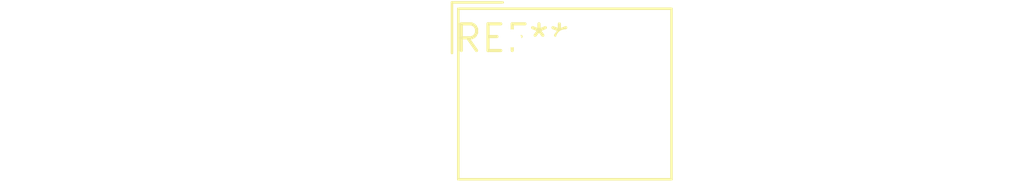
<source format=kicad_pcb>
(kicad_pcb (version 20240108) (generator pcbnew)
  (layers (0 "F.Cu" signal) (31 "B.Cu" signal) (34 "B.Paste" user) (35 "F.Paste" user) (36 "B.SilkS" user "B.Silkscreen") (37 "F.SilkS" user "F.Silkscreen") (38 "B.Mask" user) (39 "F.Mask" user) (44 "Edge.Cuts" user))
  (net 0 "")
  (footprint "Molex_SPOX_5268-03A_1x03_P2.50mm_Horizontal" (layer "F.Cu") (at 0 0)
    (property "Reference" "REF**")
    (property "Value" "Molex_SPOX_5268-03A_1x03_P2.50mm_Horizontal")
    (fp_line (start -2.86 -1.71) (end -0.45 -1.71) (layer "F.SilkS") (stroke (width 0.12)))
    (fp_line (start -2.86 0.7) (end -2.86 -1.71) (layer "F.SilkS") (stroke (width 0.12)))
    (fp_line (start -2.56 -1.41) (end -2.56 6.71) (layer "F.SilkS") (stroke (width 0.12)))
    (fp_line (start -2.56 6.71) (end 7.56 6.71) (layer "F.SilkS") (stroke (width 0.12)))
    (fp_line (start 7.56 -1.41) (end -2.56 -1.41) (layer "F.SilkS") (stroke (width 0.12)))
    (fp_line (start 7.56 6.71) (end 7.56 -1.41) (layer "F.SilkS") (stroke (width 0.12)))
    (pad "1" thru_hole roundrect (at 0 0) (size 1.7 1.85) (drill 0.85) (layers *.Cu *.Mask) (remove_unused_layers) (roundrect_rratio 0.147059))
    (pad "2" thru_hole oval (at 2.5 0) (size 1.7 1.85) (drill 0.85) (layers *.Cu *.Mask) (remove_unused_layers))
    (pad "3" thru_hole oval (at 5 0) (size 1.7 1.85) (drill 0.85) (layers *.Cu *.Mask) (remove_unused_layers))
  )
)
</source>
